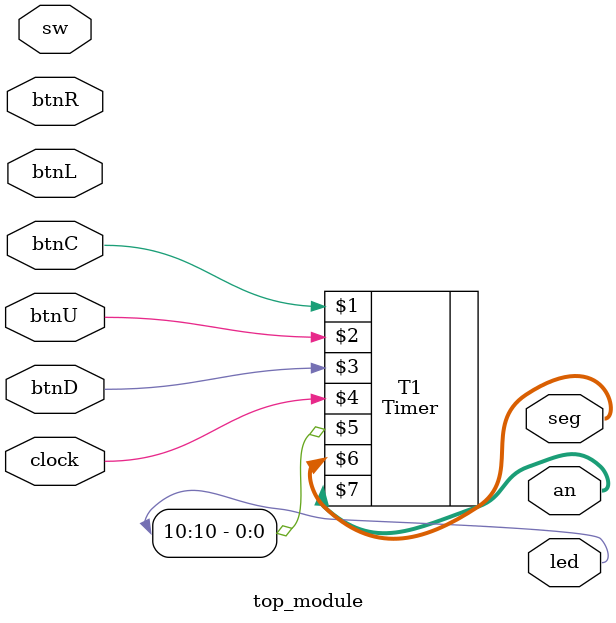
<source format=v>
`timescale 1ns / 1ps


module top_module(
    input clock,
    input [15:0] sw,
    input btnC,btnU,btnL,btnR,btnD,
    output [15:0] led,
    output [6:0] seg,
    output [3:0] an
    );   
    Timer T1(btnC,btnU,btnD,clock,led[10],seg,an);
endmodule

</source>
